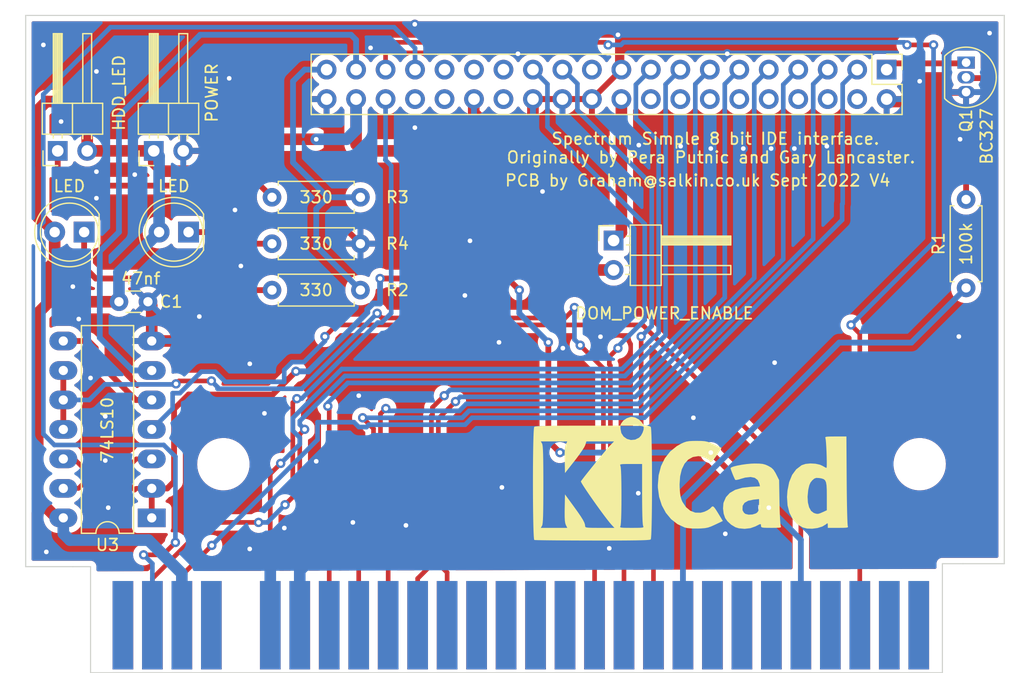
<source format=kicad_pcb>
(kicad_pcb (version 20211014) (generator pcbnew)
  (layers (0 "F.Cu" signal) (31 "B.Cu" signal) (34 "B.Paste" user) (35 "F.Paste" user) (36 "B.SilkS" user "B.Silkscreen") (37 "F.SilkS" user "F.Silkscreen") (38 "B.Mask" user) (39 "F.Mask" user) (44 "Edge.Cuts" user))
  (net 0 "")
  (net 1 "+5V")
  (net 2 "GND")
  (net 4 "Net-(J1-PadB2)")
  (net 7 "Net-(D1-Pad1)")
  (net 18 "Net-(J1-PadB20)")
  (net 28 "Net-(J1-PadU2)")
  (net 30 "/IDE7")
  (net 31 "/IDE0")
  (net 32 "/IDE1")
  (net 33 "/IDE2")
  (net 34 "/IDE6")
  (net 35 "/IDE5")
  (net 36 "/IDE3")
  (net 41 "Net-(J1-PadU17)")
  (net 42 "Net-(J1-PadB24)")
  (net 43 "/{slash}rd")
  (net 48 "Net-(J1-PadU24)")
  (net 50 "Net-(J1-PadU26)")
  (net 53 "/IDE4")
  (net 54 "Net-(J2-Pad1)")
  (net 55 "Net-(J4-Pad1)")
  (net 64 "Net-(J4-Pad20)")
  (net 72 "Net-(J4-Pad37)")
  (net 73 "Net-(J4-Pad39)")
  (net 74 "Net-(Q1-Pad2)")
  (net 75 "Net-(U3-Pad12)")
  (net 76 "Net-(U3-Pad5)")
  (net 77 "Net-(D2-Pad1)")
  (net 78 "/{slash}wr")
  (footprint "Resistor_THT:R_Axial_DIN0207_L6.3mm_D2.5mm_P7.62mm_Horizontal" (layer "F.Cu") (at 114.19 116)
    (fp_text reference "R3")
    (fp_text value "330")
  )
  (footprint "LED_THT:LED_D5.0mm" (layer "F.Cu") (at 98 119 180)
    (fp_text reference "D1" hide)
    (fp_text value "LED")
  )
  (footprint "Package_DIP:DIP-14_W7.62mm_LongPads" (layer "F.Cu") (at 103.825 143.625 180)
    (fp_text reference "U3")
    (fp_text value "74LS10")
  )
  (footprint "Resistor_THT:R_Axial_DIN0207_L6.3mm_D2.5mm_P7.62mm_Horizontal" (layer "F.Cu") (at 114.19 124)
    (fp_text reference "R2")
    (fp_text value "330")
  )
  (footprint "MountingHole:MountingHole_3.5mm" (layer "F.Cu") (at 170 139)
    (fp_text reference "H2" hide)
    (fp_text value "MountingHole_Pad" hide)
  )
  (footprint "Spectrum:Speccy_edge_External" (layer "F.Cu") (at 136.9 152.875)
    (fp_text reference "J1" hide)
    (fp_text value "Spectrum 128/Grey +2 edge connector" hide)
  )
  (footprint "Resistor_THT:R_Axial_DIN0207_L6.3mm_D2.5mm_P7.62mm_Horizontal" (layer "F.Cu") (at 174 123.81 90)
    (fp_text reference "R1")
    (fp_text value "100k")
  )
  (footprint "Connector_PinHeader_2.54mm:PinHeader_1x02_P2.54mm_Horizontal" (layer "F.Cu") (at 143.625 119.725)
    (fp_text reference "J5" hide)
    (fp_text value "DOM_POWER_ENABLE")
  )
  (footprint "Connector_PinHeader_2.54mm:PinHeader_1x02_P2.54mm_Horizontal" (layer "F.Cu") (at 104 112 90)
    (fp_text reference "J3" hide)
    (fp_text value "POWER")
  )
  (footprint "Capacitor_THT:C_Disc_D3.0mm_W1.6mm_P2.50mm" (layer "F.Cu") (at 101 125)
    (fp_text reference "C1")
    (fp_text value "47nf")
  )
  (footprint "Resistor_THT:R_Axial_DIN0207_L6.3mm_D2.5mm_P7.62mm_Horizontal" (layer "F.Cu") (at 114.19 120)
    (fp_text reference "R4")
    (fp_text value "330")
  )
  (footprint "Connector_PinHeader_2.54mm:PinHeader_2x20_P2.54mm_Vertical" (layer "F.Cu") (at 167.155 105 -90)
    (fp_text reference "J4" hide)
    (fp_text value "PATA_40" hide)
  )
  (footprint "LED_THT:LED_D5.0mm" (layer "F.Cu") (at 107 119 180)
    (fp_text reference "D2" hide)
    (fp_text value "LED")
  )
  (footprint "Connector_PinHeader_2.54mm:PinHeader_1x02_P2.54mm_Horizontal" (layer "F.Cu") (at 95.725 112 90)
    (fp_text reference "J2" hide)
    (fp_text value "HDD_LED")
  )
  (footprint "bitmaps:kicad_bitmap" (layer "F.Cu") (at 150.653164 139.829446)
    (fp_text reference "G***" hide)
    (fp_text value "LOGO" hide)
  )
  (footprint "MountingHole:MountingHole_3.5mm" (layer "F.Cu") (at 110 139)
    (fp_text reference "H3" hide)
    (fp_text value "MountingHole_Pad" hide)
  )
  (footprint "Package_TO_SOT_THT:TO-92_Inline" (layer "F.Cu") (at 174 104.394 -90)
    (fp_text reference "Q1")
    (fp_text value "BC327")
  )
  (gr_line (start 92.964 100.33) (end 92.964 147.828) (layer "Edge.Cuts") (width 0.1))
  (gr_line (start 171.958 156.972) (end 171.958 147.574) (layer "Edge.Cuts") (width 0.1))
  (gr_line (start 177.292 147.574) (end 177.292 100.33) (layer "Edge.Cuts") (width 0.1))
  (gr_line (start 177.292 100.33) (end 92.964 100.33) (layer "Edge.Cuts") (width 0.1))
  (gr_line (start 171.958 147.574) (end 173.736 147.574) (layer "Edge.Cuts") (width 0.1))
  (gr_line (start 98.552 156.972) (end 171.958 156.972) (layer "Edge.Cuts") (width 0.1))
  (gr_line (start 98.552 147.828) (end 98.552 156.972) (layer "Edge.Cuts") (width 0.1))
  (gr_line (start 97.028 147.828) (end 98.552 147.828) (layer "Edge.Cuts") (width 0.1))
  (gr_line (start 173.736 147.574) (end 177.292 147.574) (layer "Edge.Cuts") (width 0.1))
  (gr_line (start 92.964 147.828) (end 97.028 147.828) (layer "Edge.Cuts") (width 0.1))
  (gr_text "Spectrum Simple 8 bit IDE interface.\nOriginally by Pera Putnic and Gary Lancaster. " (at 152.4 111.76) (layer "F.SilkS") (effects (font (size 1 1))))
  (gr_text "PCB by Graham@salkin.co.uk Sept 2022 V4" (at 150.876 114.554) (layer "F.SilkS") (effects (font (size 1 1))))
  (segment (start 95 122) (end 95 125) (width 1) (layer "F.Cu") (net 1))
  (segment (start 98.265 112) (end 104 112) (width 1) (layer "F.Cu") (net 1))
  (segment (start 94 126) (end 94 142) (width 1) (layer "F.Cu") (net 1))
  (segment (start 111.375 113.625) (end 114 111) (width 1) (layer "F.Cu") (net 1))
  (segment (start 94.75 107.75) (end 96.828 107.75) (width 1) (layer "F.Cu") (net 1))
  (segment (start 94 117.695489) (end 94 108.5) (width 1) (layer "F.Cu") (net 1))
  (segment (start 104.75 113.75) (end 111.25 113.75) (width 1) (layer "F.Cu") (net 1))
  (segment (start 98.298 109.22) (end 98.298 109.474) (width 1) (layer "F.Cu") (net 1))
  (segment (start 122 112) (end 121.435 111.435) (width 1) (layer "F.Cu") (net 1))
  (segment (start 94 108.5) (end 94.75 107.75) (width 1) (layer "F.Cu") (net 1))
  (segment (start 95 125) (end 94 126) (width 1) (layer "F.Cu") (net 1))
  (segment (start 139.265 122.265) (end 129 112) (width 1) (layer "F.Cu") (net 1))
  (segment (start 98.265 109.507) (end 98.265 112) (width 1) (layer "F.Cu") (net 1))
  (segment (start 143.625 122.265) (end 139.265 122.265) (width 1) (layer "F.Cu") (net 1))
  (segment (start 121.435 107.54) (end 121.435 111.435) (width 1) (layer "F.Cu") (net 1))
  (segment (start 95.46 121.54) (end 95.46 119) (width 1) (layer "F.Cu") (net 1))
  (segment (start 94.425489 117.965489) (end 94.27 117.965489) (width 1) (layer "F.Cu") (net 1))
  (segment (start 94 142) (end 95.625 143.625) (width 1) (layer "F.Cu") (net 1))
  (segment (start 129 112) (end 122 112) (width 1) (layer "F.Cu") (net 1))
  (segment (start 111.25 113.75) (end 111.375 113.625) (width 1) (layer "F.Cu") (net 1))
  (segment (start 104 113) (end 104.75 113.75) (width 1) (layer "F.Cu") (net 1))
  (segment (start 94.27 117.965489) (end 94 117.695489) (width 1) (layer "F.Cu") (net 1))
  (segment (start 114.5 111) (end 117.94548 111) (width 1) (layer "F.Cu") (net 1))
  (segment (start 95.625 143.625) (end 96.205 143.625) (width 0.5) (layer "F.Cu") (net 1))
  (segment (start 95.46 119) (end 94.425489 117.965489) (width 1) (layer "F.Cu") (net 1))
  (segment (start 114 111) (end 114.5 111) (width 1) (layer "F.Cu") (net 1))
  (segment (start 101 125) (end 95 125) (width 1) (layer "F.Cu") (net 1))
  (segment (start 104 112) (end 104 113) (width 1) (layer "F.Cu") (net 1))
  (segment (start 96.828 107.75) (end 98.298 109.22) (width 1) (layer "F.Cu") (net 1))
  (segment (start 95.46 121.54) (end 95 122) (width 1) (layer "F.Cu") (net 1))
  (segment (start 98.298 109.474) (end 98.265 109.507) (width 1) (layer "F.Cu") (net 1))
  (segment (start 118 111) (end 114.5 111) (width 0.5) (layer "F.Cu") (net 1))
  (via (at 118 111) (size 0.8) (drill 0.4) (layers "F.Cu" "B.Cu") (net 1))
  (segment (start 106.42 148.42) (end 103.542 145.542) (width 1) (layer "B.Cu") (net 1))
  (segment (start 106.42 152.875) (end 106.42 148.42) (width 1) (layer "B.Cu") (net 1))
  (segment (start 96.205 144.973) (end 96.205 143.625) (width 1) (layer "B.Cu") (net 1))
  (segment (start 118 111) (end 120.62 111) (width 1) (layer "B.Cu") (net 1))
  (segment (start 103.542 145.542) (end 96.774 145.542) (width 1) (layer "B.Cu") (net 1))
  (segment (start 121.435 107.54) (end 121.435 110.185) (width 1) (layer "B.Cu") (net 1))
  (segment (start 120.62 111) (end 121.435 110.185) (width 1) (layer "B.Cu") (net 1))
  (segment (start 104.46 119) (end 104.46 112.46) (width 1) (layer "B.Cu") (net 1))
  (segment (start 101 125) (end 101 122.46) (width 1) (layer "B.Cu") (net 1))
  (segment (start 104.46 112.46) (end 104 112) (width 1) (layer "B.Cu") (net 1))
  (segment (start 96.774 145.542) (end 96.205 144.973) (width 1) (layer "B.Cu") (net 1))
  (segment (start 101 122.46) (end 104.46 119) (width 1) (layer "B.Cu") (net 1))
  (segment (start 103.825 128.385) (end 103.825 125.325) (width 1) (layer "F.Cu") (net 2))
  (segment (start 118 126) (end 118 122) (width 0.5) (layer "F.Cu") (net 2))
  (segment (start 117.348 134.62) (end 118.11 135.382) (width 0.5) (layer "F.Cu") (net 2))
  (segment (start 141.755 107.54) (end 144.295 105) (width 0.5) (layer "F.Cu") (net 2))
  (segment (start 113 108) (end 115 108) (width 0.5) (layer "F.Cu") (net 2))
  (segment (start 114 102) (end 144 102) (width 0.5) (layer "F.Cu") (net 2))
  (segment (start 117.856 133.096) (end 117.348 133.604) (width 0.5) (layer "F.Cu") (net 2))
  (segment (start 118.11 138.64) (end 118 138.75) (width 0.25) (layer "F.Cu") (net 2))
  (segment (start 109 112) (end 113 108) (width 0.5) (layer "F.Cu") (net 2))
  (segment (start 117.348 133.604) (end 117.348 134.62) (width 0.5) (layer "F.Cu") (net 2))
  (segment (start 118.895 117.085) (end 121.81 120) (width 0.5) (layer "F.Cu") (net 2))
  (segment (start 141.755 107.54) (end 136.675 107.54) (width 0.5) (layer "F.Cu") (net 2))
  (segment (start 168.46 107.54) (end 170 106) (width 0.5) (layer "F.Cu") (net 2))
  (segment (start 172 107) (end 171 108) (width 0.5) (layer "F.Cu") (net 2))
  (segment (start 115.46 107.54) (end 118.895 107.54) (width 0.5) (layer "F.Cu") (net 2))
  (segment (start 136.675 108.943) (end 136.144 109.474) (width 1) (layer "F.Cu") (net 2))
  (segment (start 115 108) (end 115.46 107.54) (width 0.5) (layer "F.Cu") (net 2))
  (segment (start 131.572 108.712) (end 131.572 107.563) (width 1) (layer "F.Cu") (net 2))
  (segment (start 174 107) (end 172 107) (width 0.5) (layer "F.Cu") (net 2))
  (segment (start 131.572 107.563) (end 131.595 107.54) (width 1) (layer "F.Cu") (net 2))
  (segment (start 132.334 109.474) (end 131.572 108.712) (width 1) (layer "F.Cu") (net 2))
  (segment (start 118 130.77) (end 115.615 128.385) (width 1) (layer "F.Cu") (net 2))
  (segment (start 118 132.952) (end 118 130.77) (width 1) (layer "F.Cu") (net 2))
  (segment (start 117.856 133.096) (end 118 132.952) (width 1) (layer "F.Cu") (net 2))
  (segment (start 171 108) (end 167.615 108) (width 0.5) (layer "F.Cu") (net 2))
  (segment (start 167.155 107.54) (end 168.46 107.54) (width 0.5) (layer "F.Cu") (net 2))
  (segment (start 115.615 128.385) (end 118 126) (width 0.5) (layer "F.Cu") (net 2))
  (segment (start 113 108) (end 113 103) (width 0.5) (layer "F.Cu") (net 2))
  (segment (start 118.895 107.54) (end 118.895 117.085) (width 0.5) (layer "F.Cu") (net 2))
  (segment (start 144 104.705) (end 144.295 105) (width 0.5) (layer "F.Cu") (net 2))
  (segment (start 106.54 112) (end 109 112) (width 0.5) (layer "F.Cu") (net 2))
  (segment (start 103.825 125.325) (end 103.5 125) (width 0.5) (layer "F.Cu") (net 2))
  (segment (start 103.825 128.385) (end 115.615 128.385) (width 1) (layer "F.Cu") (net 2))
  (segment (start 144 102) (end 144 104.705) (width 0.5) (layer "F.Cu") (net 2))
  (segment (start 118 122) (end 120 120) (width 0.5) (layer "F.Cu") (net 2))
  (segment (start 113 103) (end 114 102) (width 0.5) (layer "F.Cu") (net 2))
  (segment (start 167.615 108) (end 167.155 107.54) (width 0.5) (layer "F.Cu") (net 2))
  (segment (start 136.675 107.54) (end 136.675 108.943) (width 1) (layer "F.Cu") (net 2))
  (segment (start 118.11 135.382) (end 118.11 138.64) (width 0.5) (layer "F.Cu") (net 2))
  (segment (start 136.144 109.474) (end 132.334 109.474) (width 1) (layer "F.Cu") (net 2))
  (segment (start 120 120) (end 121.81 120) (width 0.5) (layer "F.Cu") (net 2))
  (via (at 94.488 102.87) (size 0.8) (drill 0.4) (layers "F.Cu" "B.Cu") (net 2))
  (via (at 110.998 117.094) (size 0.8) (drill 0.4) (layers "F.Cu" "B.Cu") (net 2))
  (via (at 173.482 110.998) (size 0.8) (drill 0.4) (layers "F.Cu" "B.Cu") (net 2))
  (via (at 130.81 124.46) (size 0.8) (drill 0.4) (layers "F.Cu" "B.Cu") (net 2))
  (via (at 149.4 111.6) (size 0.8) (drill 0.4) (layers "F.Cu" "B.Cu") (net 2))
  (via (at 150.5 135) (size 0.8) (drill 0.4) (layers "F.Cu" "B.Cu") (net 2))
  (via (at 157.5 130.25) (size 0.8) (drill 0.4) (layers "F.Cu" "B.Cu") (net 2))
  (via (at 126.492 101.092) (size 0.8) (drill 0.4) (layers "F.Cu" "B.Cu") (net 2))
  (via (at 131.25 119.75) (size 0.8) (drill 0.4) (layers "F.Cu" "B.Cu") (net 2))
  (via (at 144 102) (size 0.8) (drill 0.4) (layers "F.Cu" "B.Cu") (net 2))
  (via (at 145.75 141.5) (size 0.8) (drill 0.4) (layers "F.Cu" "B.Cu") (net 2))
  (via (at 115.25 144.5) (size 0.8) (drill 0.4) (layers "F.Cu" "B.Cu") (net 2))
  (via (at 112.275 130.35) (size 0.8) (drill 0.4) (layers "F.Cu" "B.Cu") (net 2))
  (via (at 113.538 134.62) (size 0.8) (drill 0.4) (layers "F.Cu" "B.Cu") (net 2))
  (via (at 157.2 111.8) (size 0.8) (drill 0.4) (layers "F.Cu" "B.Cu") (net 2))
  (via (at 96.012 109.474) (size 0.8) (drill 0.4) (layers "F.Cu" "B.Cu") (net 2))
  (via (at 107.925 126.275) (size 0.8) (drill 0.4) (layers "F.Cu" "B.Cu") (net 2))
  (via (at 142.494 128.016) (size 0.8) (drill 0.4) (layers "F.Cu" "B.Cu") (net 2))
  (via (at 100.076 142.748) (size 0.8) (drill 0.4) (layers "F.Cu" "B.Cu") (net 2))
  (via (at 176.022 101.854) (size 0.8) (drill 0.4) (layers "F.Cu" "B.Cu") (net 2))
  (via (at 126.5 110) (size 0.8) (drill 0.4) (layers "F.Cu" "B.Cu") (net 2))
  (via (at 162 111.6) (size 0.8) (drill 0.4) (layers "F.Cu" "B.Cu") (net 2))
  (via (at 133.75 128.5) (size 0.8) (drill 0.4) (layers "F.Cu" "B.Cu") (net 2))
  (via (at 170 106) (size 0.8) (drill 0.4) (layers "F.Cu" "B.Cu") (net 2))
  (via (at 122.682 103.124) (size 0.8) (drill 0.4) (layers "F.Cu" "B.Cu") (net 2))
  (via (at 121.666 133.096) (size 0.8) (drill 0.4) (layers "F.Cu" "B.Cu") (net 2))
  (via (at 145.796 111.506) (size 0.8) (drill 0.4) (layers "F.Cu" "B.Cu") (net 2))
  (via (at 153.416 103.632) (size 0.8) (drill 0.4) (layers "F.Cu" "B.Cu") (net 2))
  (via (at 99.06 113.792) (size 0.8) (drill 0.4) (layers "F.Cu" "B.Cu") (net 2))
  (via (at 173.375 128) (size 0.8) (drill 0.4) (layers "F.Cu" "B.Cu") (net 2))
  (via (at 143.25 146.25) (size 0.8) (drill 0.4) (layers "F.Cu" "B.Cu") (net 2))
  (via (at 99.06 116.078) (size 0.8) (drill 0.4) (layers "F.Cu" "B.Cu") (net 2))
  (via (at 159.2 111.8) (size 0.8) (drill 0.4) (layers "F.Cu" "B.Cu") (net 2))
  (via (at 99.822 138.684) (size 0.8) (drill 0.4) (layers "F.Cu" "B.Cu") (net 2))
  (via (at 99.822 134.874) (size 0.8) (drill 0.4) (layers "F.Cu" "B.Cu") (net 2))
  (via (at 154.8 111.8) (size 0.8) (drill 0.4) (layers "F.Cu" "B.Cu") (net 2))
  (via (at 112.268 146.304) (size 0.8) (drill 0.4) (layers "F.Cu" "B.Cu") (net 2))
  (via (at 110.5 105.75) (size 0.8) (drill 0.4) (layers "F.Cu" "B.Cu") (net 2))
  (via (at 135.382 103.632) (size 0.8) (drill 0.4) (layers "F.Cu" "B.Cu") (net 2))
  (via (at 125.73 144.272) (size 0.8) (drill 0.4) (layers "F.Cu" "B.Cu") (net 2))
  (via (at 152 111.8) (size 0.8) (drill 0.4) (layers "F.Cu" "B.Cu") (net 2))
  (via (at 98.552 131.572) (size 0.8) (drill 0.4) (layers "F.Cu" "B.Cu") (net 2))
  (via (at 111.506 121.92) (size 0.8) (drill 0.4) (layers "F.Cu" "B.Cu") (net 2))
  (via (at 153.25 145) (size 0.8) (drill 0.4) (layers "F.Cu" "B.Cu") (net 2))
  (via (at 102.362 114.046) (size 0.8) (drill 0.4) (layers "F.Cu" "B.Cu") (net 2))
  (via (at 99.06 105.156) (size 0.8) (drill 0.4) (layers "F.Cu" "B.Cu") (net 2))
  (via (at 137.5 115.5) (size 0.8) (drill 0.4) (layers "F.Cu" "B.Cu") (net 2))
  (via (at 97.028 123.698) (size 0.8) (drill 0.4) (layers "F.Cu" "B.Cu") (net 2))
  (via (at 97.536 126.492) (size 0.8) (drill 0.4) (layers "F.Cu" "B.Cu") (net 2))
  (via (at 118 138.75) (size 0.8) (drill 0.4) (layers "F.Cu" "B.Cu") (net 2))
  (via (at 94.742 146.558) (size 0.8) (drill 0.4) (layers "F.Cu" "B.Cu") (net 2))
  (via (at 121.158 144.018) (size 0.8) (drill 0.4) (layers "F.Cu" "B.Cu") (net 2))
  (via (at 134 141) (size 0.8) (drill 0.4) (layers "F.Cu" "B.Cu") (net 2))
  (via (at 139.25 129) (size 0.8) (drill 0.4) (layers "F.Cu" "B.Cu") (net 2))
  (segment (start 115.57 146.304) (end 114.04 147.834) (width 1) (layer "B.Cu") (net 2))
  (segment (start 116.58 152.875) (end 116.58 147.314) (width 1) (layer "B.Cu") (net 2))
  (segment (start 114.04 147.834) (end 114.04 152.875) (width 1) (layer "B.Cu") (net 2))
  (segment (start 170 106) (end 170 102) (width 0.5) (layer "B.Cu") (net 2))
  (segment (start 116.58 152.875) (end 116.58 148.17) (width 0.5) (layer "B.Cu") (net 2))
  (segment (start 118 138.75) (end 118 146.75) (width 1) (layer "B.Cu") (net 2))
  (segment (start 170 102) (end 144 102) (width 0.5) (layer "B.Cu") (net 2))
  (segment (start 118 146.75) (end 116.58 148.17) (width 1) (layer "B.Cu") (net 2))
  (segment (start 116.58 147.314) (end 115.57 146.304) (width 1) (layer "B.Cu") (net 2))
  (segment (start 104.795992 146.812) (end 105.864996 145.742996) (width 0.4) (layer "F.Cu") (net 4))
  (segment (start 103.124 146.812) (end 104.795992 146.812) (width 0.4) (layer "F.Cu") (net 4))
  (via (at 103.124 146.812) (size 0.8) (drill 0.4) (layers "F.Cu" "B.Cu") (net 4))
  (via (at 105.864996 145.742996) (size 0.8) (drill 0.4) (layers "F.Cu" "B.Cu") (net 4))
  (segment (start 94.160489 119.538276) (end 94.160489 118.461724) (width 0.4) (layer "B.Cu") (net 4))
  (segment (start 94.488 113.262022) (end 94.475489 113.249511) (width 0.4) (layer "B.Cu") (net 4))
  (segment (start 103.88 147.568) (end 103.124 146.812) (width 0.4) (layer "B.Cu") (net 4))
  (segment (start 105.864996 145.742996) (end 105.864996 138.347659) (width 0.4) (layer "B.Cu") (net 4))
  (segment (start 95.43548 137.34548) (end 94.488 136.398) (width 0.4) (layer "B.Cu") (net 4))
  (segment (start 94.475489 107.143831) (end 100.27332 101.346) (width 0.4) (layer "B.Cu") (net 4))
  (segment (start 94.488 118.134213) (end 94.488 113.262022) (width 0.4) (layer "B.Cu") (net 4))
  (segment (start 94.475489 113.249511) (end 94.475489 107.143831) (width 0.4) (layer "B.Cu") (net 4))
  (segment (start 104.862817 137.34548) (end 95.43548 137.34548) (width 0.4) (layer "B.Cu") (net 4))
  (segment (start 124.714 101.346) (end 126.515 103.147) (width 0.4) (layer "B.Cu") (net 4))
  (segment (start 94.488 136.398) (end 94.488 119.865787) (width 0.4) (layer "B.Cu") (net 4))
  (segment (start 126.515 103.147) (end 126.515 105) (width 0.4) (layer "B.Cu") (net 4))
  (segment (start 100.27332 101.346) (end 124.714 101.346) (width 0.4) (layer "B.Cu") (net 4))
  (segment (start 94.160489 118.461724) (end 94.488 118.134213) (width 0.4) (layer "B.Cu") (net 4))
  (segment (start 94.488 119.865787) (end 94.160489 119.538276) (width 0.4) (layer "B.Cu") (net 4))
  (segment (start 105.864996 138.347659) (end 104.862817 137.34548) (width 0.4) (layer "B.Cu") (net 4))
  (segment (start 103.88 152.875) (end 103.88 147.568) (width 0.4) (layer "B.Cu") (net 4))
  (segment (start 99 123) (end 98 122) (width 0.5) (layer "F.Cu") (net 7))
  (segment (start 111 124) (end 110 123) (width 0.5) (layer "F.Cu") (net 7))
  (segment (start 114.19 124) (end 111 124) (width 0.5) (layer "F.Cu") (net 7))
  (segment (start 98 122) (end 98 119) (width 0.5) (layer "F.Cu") (net 7))
  (segment (start 110 123) (end 99 123) (width 0.5) (layer "F.Cu") (net 7))
  (segment (start 149.606 141.975631) (end 163.057631 128.524) (width 0.5) (layer "B.Cu") (net 18))
  (segment (start 149.606 147.442609) (end 149.606 141.975631) (width 0.5) (layer "B.Cu") (net 18))
  (segment (start 149.6 152.875) (end 149.6 147.448609) (width 0.5) (layer "B.Cu") (net 18))
  (segment (start 149.6 147.448609) (end 149.606 147.442609) (width 0.5) (layer "B.Cu") (net 18))
  (segment (start 163.057631 128.524) (end 169.286 128.524) (width 0.5) (layer "B.Cu") (net 18))
  (segment (start 169.286 128.524) (end 174 123.81) (width 0.5) (layer "B.Cu") (net 18))
  (segment (start 115.98048 141.82952) (end 115.98048 133.70152) (width 0.4) (layer "F.Cu") (net 28))
  (segment (start 103.88 148.858656) (end 108.720656 144.018) (width 0.4) (layer "F.Cu") (net 28))
  (segment (start 115.316 142.494) (end 115.98048 141.82952) (width 0.4) (layer "F.Cu") (net 28))
  (segment (start 103.88 152.875) (end 103.88 148.858656) (width 0.4) (layer "F.Cu") (net 28))
  (segment (start 115.98048 133.70152) (end 116.332 133.35) (width 0.4) (layer "F.Cu") (net 28))
  (segment (start 108.720656 144.018) (end 113.03 144.018) (width 0.4) (layer "F.Cu") (net 28))
  (via (at 116.332 133.35) (size 0.8) (drill 0.4) (layers "F.Cu" "B.Cu") (net 28))
  (via (at 113.03 144.018) (size 0.8) (drill 0.4) (layers "F.Cu" "B.Cu") (net 28))
  (via (at 115.316 142.494) (size 0.8) (drill 0.4) (layers "F.Cu" "B.Cu") (net 28))
  (segment (start 123.298339 126.799511) (end 123.644489 126.799511) (width 0.4) (layer "B.Cu") (net 28))
  (segment (start 113.03 144.018) (end 113.792 144.018) (width 0.4) (layer "B.Cu") (net 28))
  (segment (start 116.74785 133.35) (end 123.298339 126.799511) (width 0.4) (layer "B.Cu") (net 28))
  (segment (start 123.952 112.776) (end 123.975 112.753) (width 0.4) (layer "B.Cu") (net 28))
  (segment (start 116.332 133.35) (end 116.74785 133.35) (width 0.4) (layer "B.Cu") (net 28))
  (segment (start 124.46 125.984) (end 124.46 113.284) (width 0.4) (layer "B.Cu") (net 28))
  (segment (start 123.644489 126.799511) (end 124.46 125.984) (width 0.4) (layer "B.Cu") (net 28))
  (segment (start 124.46 113.284) (end 123.952 112.776) (width 0.4) (layer "B.Cu") (net 28))
  (segment (start 113.792 144.018) (end 115.316 142.494) (width 0.4) (layer "B.Cu") (net 28))
  (segment (start 123.975 112.753) (end 123.975 107.54) (width 0.4) (layer "B.Cu") (net 28))
  (segment (start 109 146) (end 106.42 148.58) (width 0.4) (layer "F.Cu") (net 30))
  (segment (start 106.42 148.58) (end 106.42 152.875) (width 0.5) (layer "F.Cu") (net 30))
  (via (at 109 146) (size 0.8) (drill 0.4) (layers "F.Cu" "B.Cu") (net 30))
  (segment (start 118.11 136.89) (end 109 146) (width 0.4) (layer "B.Cu") (net 30))
  (segment (start 163.322 117.9467) (end 146.271098 134.9976) (width 0.4) (layer "B.Cu") (net 30))
  (segment (start 121.668831 135.799511) (end 121.25132 135.382) (width 0.4) (layer "B.Cu") (net 30))
  (segment (start 121.25132 135.382) (end 118.11 135.382) (width 0.4) (layer "B.Cu") (net 30))
  (segment (start 163.365489 116.542511) (end 163.322 116.586) (width 0.4) (layer "B.Cu") (net 30))
  (segment (start 131.42976 134.9976) (end 130.827839 135.59952) (width 0.4) (layer "B.Cu") (net 30))
  (segment (start 164.615 105) (end 163.365489 106.249511) (width 0.4) (layer "B.Cu") (net 30))
  (segment (start 146.271098 134.9976) (end 131.42976 134.9976) (width 0.4) (layer "B.Cu") (net 30))
  (segment (start 122.53116 135.59952) (end 122.331169 135.799511) (width 0.4) (layer "B.Cu") (net 30))
  (segment (start 118.11 135.382) (end 118.11 136.89) (width 0.4) (layer "B.Cu") (net 30))
  (segment (start 122.331169 135.799511) (end 121.668831 135.799511) (width 0.4) (layer "B.Cu") (net 30))
  (segment (start 163.322 116.586) (end 163.322 117.9467) (width 0.4) (layer "B.Cu") (net 30))
  (segment (start 130.827839 135.59952) (end 122.53116 135.59952) (width 0.4) (layer "B.Cu") (net 30))
  (segment (start 163.365489 106.249511) (end 163.365489 116.542511) (width 0.4) (layer "B.Cu") (net 30))
  (segment (start 114.04 139.829336) (end 114.04 152.875) (width 0.4) (layer "F.Cu") (net 31))
  (segment (start 114.934668 138.934668) (end 114.04 139.829336) (width 0.4) (layer "F.Cu") (net 31))
  (via (at 114.934668 138.934668) (size 0.8) (drill 0.4) (layers "F.Cu" "B.Cu") (net 31))
  (segment (start 116.586 136.71668) (end 115.98648 136.11716) (width 0.4) (layer "B.Cu") (net 31))
  (segment (start 144.35119 130.80096) (end 147.50644 127.64571) (width 0.4) (layer "B.Cu") (net 31))
  (segment (start 145.544511 109.223533) (end 145.544511 106.290489) (width 0.4) (layer "B.Cu") (net 31))
  (segment (start 115.98648 136.11716) (end 115.98648 135.01352) (width 0.4) (layer "B.Cu") (net 31))
  (segment (start 120.19904 130.80096) (end 144.35119 130.80096) (width 0.4) (layer "B.Cu") (net 31))
  (segment (start 147.50644 127.64571) (end 147.50644 111.185462) (width 0.4) (layer "B.Cu") (net 31))
  (segment (start 147.50644 111.185462) (end 145.544511 109.223533) (width 0.4) (layer "B.Cu") (net 31))
  (segment (start 115.98648 135.01352) (end 120.19904 130.80096) (width 0.4) (layer "B.Cu") (net 31))
  (segment (start 145.544511 106.290489) (end 146.835 105) (width 0.4) (layer "B.Cu") (net 31))
  (segment (start 116.586 137.283336) (end 116.586 136.71668) (width 0.4) (layer "B.Cu") (net 31))
  (segment (start 114.934668 138.934668) (end 116.586 137.283336) (width 0.4) (layer "B.Cu") (net 31))
  (segment (start 117 136) (end 116.58 136.42) (width 0.4) (layer "F.Cu") (net 32))
  (segment (start 116.58 136.42) (end 116.58 152.875) (width 0.4) (layer "F.Cu") (net 32))
  (via (at 117 136) (size 0.8) (drill 0.4) (layers "F.Cu" "B.Cu") (net 32))
  (segment (start 144.59952 131.40048) (end 120.46884 131.40048) (width 0.4) (layer "B.Cu") (net 32))
  (segment (start 120.46884 131.40048) (end 116.586 135.28332) (width 0.4) (layer "B.Cu") (net 32))
  (segment (start 116.586 135.28332) (end 116.586 135.586) (width 0.4) (layer "B.Cu") (net 32))
  (segment (start 116.586 135.586) (end 117 136) (width 0.4) (layer "B.Cu") (net 32))
  (segment (start 148.10596 106.26904) (end 148.10596 127.89404) (width 0.4) (layer "B.Cu") (net 32))
  (segment (start 148.10596 127.89404) (end 144.59952 131.40048) (width 0.4) (layer "B.Cu") (net 32))
  (segment (start 149.375 105) (end 148.10596 106.26904) (width 0.4) (layer "B.Cu") (net 32))
  (segment (start 119.12 134.12) (end 119.12 152.875) (width 0.4) (layer "F.Cu") (net 33))
  (segment (start 119 134) (end 119.12 134.12) (width 0.4) (layer "F.Cu") (net 33))
  (via (at 119 134) (size 0.8) (drill 0.4) (layers "F.Cu" "B.Cu") (net 33))
  (segment (start 120.71717 132) (end 119 133.71717) (width 0.4) (layer "B.Cu") (net 33))
  (segment (start 151.915 105) (end 150.665489 106.249511) (width 0.4) (layer "B.Cu") (net 33))
  (segment (start 150.665489 126.334511) (end 145 132) (width 0.4) (layer "B.Cu") (net 33))
  (segment (start 145 132) (end 120.71717 132) (width 0.4) (layer "B.Cu") (net 33))
  (segment (start 150.665489 106.249511) (end 150.665489 126.334511) (width 0.4) (layer "B.Cu") (net 33))
  (segment (start 119 133.71717) (end 119 134) (width 0.4) (layer "B.Cu") (net 33))
  (segment (start 121.66 148.088) (end 121.66 152.875) (width 0.4) (layer "F.Cu") (net 34))
  (segment (start 122.936 146.558) (end 121.666 147.828) (width 0.4) (layer "F.Cu") (net 34))
  (segment (start 121.666 147.828) (end 121.666 148.082) (width 0.4) (layer "F.Cu") (net 34))
  (segment (start 122.936 135.936) (end 122.936 146.558) (width 0.4) (layer "F.Cu") (net 34))
  (segment (start 122 135) (end 122.936 135.936) (width 0.4) (layer "F.Cu") (net 34))
  (segment (start 121.666 148.082) (end 121.66 148.088) (width 0.4) (layer "F.Cu") (net 34))
  (via (at 122 135) (size 0.8) (drill 0.4) (layers "F.Cu" "B.Cu") (net 34))
  (segment (start 160.825489 106.249511) (end 160.825489 119.595361) (width 0.4) (layer "B.Cu") (net 34))
  (segment (start 160.825489 119.595361) (end 146.022769 134.39808) (width 0.4) (layer "B.Cu") (net 34))
  (segment (start 130.57951 135) (end 122 135) (width 0.4) (layer "B.Cu") (net 34))
  (segment (start 146.022769 134.39808) (end 131.18143 134.39808) (width 0.4) (layer "B.Cu") (net 34))
  (segment (start 162.075 105) (end 160.825489 106.249511) (width 0.4) (layer "B.Cu") (net 34))
  (segment (start 131.18143 134.39808) (end 130.57951 135) (width 0.4) (layer "B.Cu") (net 34))
  (segment (start 124.2 147.22248) (end 123.53552 146.558) (width 0.4) (layer "F.Cu") (net 35))
  (segment (start 124 134.2005) (end 123.53552 134.66498) (width 0.4) (layer "F.Cu") (net 35))
  (segment (start 123.53552 146.558) (end 123.53552 134.66498) (width 0.4) (layer "F.Cu") (net 35))
  (segment (start 124.2 152.875) (end 124.2 147.22248) (width 0.4) (layer "F.Cu") (net 35))
  (via (at 124 134.2005) (size 0.8) (drill 0.4) (layers "F.Cu" "B.Cu") (net 35))
  (segment (start 124.199991 134.400491) (end 124 134.2005) (width 0.4) (layer "B.Cu") (net 35))
  (segment (start 159.535 105) (end 158.244511 106.290489) (width 0.4) (layer "B.Cu") (net 35))
  (segment (start 130.9331 133.79856) (end 130.331169 134.400491) (width 0.4) (layer "B.Cu") (net 35))
  (segment (start 145.77444 133.79856) (end 130.9331 133.79856) (width 0.4) (layer "B.Cu") (net 35))
  (segment (start 130.331169 134.400491) (end 124.199991 134.400491) (width 0.4) (layer "B.Cu") (net 35))
  (segment (start 158.244511 121.328489) (end 145.77444 133.79856) (width 0.4) (layer "B.Cu") (net 35))
  (segment (start 158.244511 106.290489) (end 158.244511 121.328489) (width 0.4) (layer "B.Cu") (net 35))
  (segment (start 128.016 134.112) (end 128.016 134.73713) (width 0.4) (layer "F.Cu") (net 36))
  (segment (start 129.032 133.096) (end 128.016 134.112) (width 0.4) (layer "F.Cu") (net 36))
  (segment (start 126.74 148.85) (end 127.92448 147.66552) (width 0.4) (layer "F.Cu") (net 36))
  (segment (start 127.92448 147.66552) (end 127.92448 134.82865) (width 0.4) (layer "F.Cu") (net 36))
  (segment (start 127.947565 134.805565) (end 127.92448 134.828651) (width 0.4) (layer "F.Cu") (net 36))
  (segment (start 126.74 152.875) (end 126.74 148.85) (width 0.4) (layer "F.Cu") (net 36))
  (segment (start 127.92448 134.82865) (end 127.947565 134.805565) (width 0.4) (layer "F.Cu") (net 36))
  (segment (start 128.016 134.73713) (end 127.947565 134.805565) (width 0.4) (layer "F.Cu") (net 36))
  (via (at 129.032 133.096) (size 0.8) (drill 0.4) (layers "F.Cu" "B.Cu") (net 36))
  (segment (start 129.52848 132.59952) (end 145.248329 132.59952) (width 0.4) (layer "B.Cu") (net 36))
  (segment (start 153.205489 106.249511) (end 154.455 105) (width 0.4) (layer "B.Cu") (net 36))
  (segment (start 153.205489 124.64236) (end 153.205489 106.249511) (width 0.4) (layer "B.Cu") (net 36))
  (segment (start 129.032 133.096) (end 129.52848 132.59952) (width 0.4) (layer "B.Cu") (net 36))
  (segment (start 145.248329 132.59952) (end 153.205489 124.64236) (width 0.4) (layer "B.Cu") (net 36))
  (segment (start 108.966 131.826) (end 106.172 131.826) (width 0.4) (layer "F.Cu") (net 41))
  (segment (start 142.450489 145.918831) (end 142.450489 146.581169) (width 0.4) (layer "F.Cu") (net 41))
  (segment (start 123.25 126) (end 123.65048 126.40048) (width 0.4) (layer "F.Cu") (net 41))
  (segment (start 141.986 147.045658) (end 141.986 152.869) (width 0.4) (layer "F.Cu") (net 41))
  (segment (start 142.450489 146.581169) (end 141.986 147.045658) (width 0.4) (layer "F.Cu") (net 41))
  (segment (start 96.205 136.005) (end 96.205 130.925) (width 0.5) (layer "F.Cu") (net 41))
  (segment (start 141.986 152.869) (end 141.98 152.875) (width 0.4) (layer "F.Cu") (net 41))
  (segment (start 139.446 126.40048) (end 140.25 125.59648) (width 0.4) (layer "F.Cu") (net 41))
  (segment (start 106.172 131.826) (end 105.918 132.08) (width 0.4) (layer "F.Cu") (net 41))
  (segment (start 142.748 145.62132) (end 142.450489 145.918831) (width 0.4) (layer "F.Cu") (net 41))
  (segment (start 140.25 125.59648) (end 140.25 125.5) (width 0.4) (layer "F.Cu") (net 41))
  (segment (start 140.75 128.75) (end 142.748 130.748) (width 0.4) (layer "F.Cu") (net 41))
  (segment (start 123.65048 126.40048) (end 139.446 126.40048) (width 0.4) (layer "F.Cu") (net 41))
  (segment (start 142.748 130.748) (end 142.748 145.62132) (width 0.4) (layer "F.Cu") (net 41))
  (via (at 140.75 128.75) (size 0.8) (drill 0.4) (layers "F.Cu" "B.Cu") (net 41))
  (via (at 123.25 126) (size 0.8) (drill 0.4) (layers "F.Cu" "B.Cu") (net 41))
  (via (at 108.966 131.826) (size 0.8) (drill 0.4) (layers "F.Cu" "B.Cu") (net 41))
  (via (at 140.25 125.5) (size 0.8) (drill 0.4) (layers "F.Cu" "B.Cu") (net 41))
  (via (at 105.918 132.08) (size 0.8) (drill 0.4) (layers "F.Cu" "B.Cu") (net 41))
  (segment (start 105.918 132.08) (end 105.87348 132.12452) (width 0.4) (layer "B.Cu") (net 41))
  (segment (start 98.437 133.465) (end 96.205 133.465) (width 0.4) (layer "B.Cu") (net 41))
  (segment (start 123.25 126) (end 116.75 132.5) (width 0.4) (layer "B.Cu") (net 41))
  (segment (start 109.5 132.5) (end 109.5 132.36) (width 0.4) (layer "B.Cu") (net 41))
  (segment (start 140.25 125.5) (end 140.25 128.25) (width 0.4) (layer "B.Cu") (net 41))
  (segment (start 140.25 128.25) (end 140.75 128.75) (width 0.4) (layer "B.Cu") (net 41))
  (segment (start 99.77748 132.12452) (end 98.437 133.465) (width 0.4) (layer "B.Cu") (net 41))
  (segment (start 116.75 132.5) (end 109.5 132.5) (width 0.4) (layer "B.Cu") (net 41))
  (segment (start 109.5 132.36) (end 108.966 131.826) (width 0.4) (layer "B.Cu") (net 41))
  (segment (start 105.87348 132.12452) (end 99.77748 132.12452) (width 0.4) (layer "B.Cu") (net 41))
  (segment (start 138 128.5) (end 138 137) (width 0.5) (layer "F.Cu") (net 42))
  (segment (start 96.205 141.085) (end 97.51252 141.085) (width 0.4) (layer "F.Cu") (net 42))
  (segment (start 98.298 140.29952) (end 101.43752 140.29952) (width 0.4) (layer "F.Cu") (net 42))
  (segment (start 114.25 133) (end 116.25 131) (width 0.5) (layer "F.Cu") (net 42))
  (segment (start 102.501 141.085) (end 103.825 141.085) (width 0.4) (layer "F.Cu") (net 42))
  (segment (start 105.75 134.25) (end 107 133) (width 0.5) (layer "F.Cu") (net 42))
  (segment (start 123.5 123) (end 134.5 123) (width 0.5) (layer "F.Cu") (net 42))
  (segment (start 103.825 141.085) (end 105.165 141.085) (width 0.5) (layer "F.Cu") (net 42))
  (segment (start 97.51252 141.085) (end 98.298 140.29952) (width 0.4) (layer "F.Cu") (net 42))
  (segment (start 103.825 143.625) (end 103.825 141.085) (width 0.5) (layer "F.Cu") (net 42))
  (segment (start 102.362 141.224) (end 102.501 141.085) (width 0.4) (layer "F.Cu") (net 42))
  (segment (start 134.5 123) (end 135.5 124) (width 0.5) (layer "F.Cu") (net 42))
  (segment (start 107 133) (end 114.25 133) (width 0.5) (layer "F.Cu") (net 42))
  (segment (start 138 137) (end 139 138) (width 0.5) (layer "F.Cu") (net 42))
  (segment (start 101.43752 140.29952) (end 102.362 141.224) (width 0.4) (layer "F.Cu") (net 42))
  (segment (start 156.75 142.75) (end 157 142.75) (width 0.5) (layer "F.Cu") (net 42))
  (segment (start 105.165 141.085) (end 105.75 140.5) (width 0.5) (layer "F.Cu") (net 42))
  (segment (start 105.75 140.5) (end 105.75 134.25) (width 0.5) (layer "F.Cu") (net 42))
  (segment (start 152 138) (end 156.75 142.75) (width 0.5) (layer "F.Cu") (net 42))
  (via (at 138 128.5) (size 0.8) (drill 0.4) (layers "F.Cu" "B.Cu") (net 42))
  (via (at 123.5 123) (size 0.8) (drill 0.4) (layers "F.Cu" "B.Cu") (net 42))
  (via (at 116.25 131) (size 0.8) (drill 0.4) (layers "F.Cu" "B.Cu") (net 42))
  (via (at 135.5 124) (size 0.8) (drill 0.4) (layers "F.Cu" "B.Cu") (net 42))
  (via (at 139 138) (size 0.8) (drill 0.4) (layers "F.Cu" "B.Cu") (net 42))
  (via (at 157 142.75) (size 0.8) (drill 0.4) (layers "F.Cu" "B.Cu") (net 42))
  (via (at 152 138) (size 0.8) (drill 0.4) (layers "F.Cu" "B.Cu") (net 42))
  (segment (start 159.76 152.875) (end 159.76 145.51) (width 0.5) (layer "B.Cu") (net 42))
  (segment (start 116.25 131) (end 117.33144 131) (width 0.5) (layer "B.Cu") (net 42))
  (segment (start 122.400489 125.930951) (end 122.400489 125.64812) (width 0.5) (layer "B.Cu") (net 42))
  (segment (start 122.89812 125.150489) (end 123.5 125.150489) (width 0.5) (layer "B.Cu") (net 42))
  (segment (start 135.5 126) (end 138 128.5) (width 0.5) (layer "B.Cu") (net 42))
  (segment (start 139 138) (end 152 138) (width 0.5) (layer "B.Cu") (net 42))
  (segment (start 123.5 125.150489) (end 123.5 123) (width 0.5) (layer "B.Cu") (net 42))
  (segment (start 135.5 124) (end 135.5 126) (width 0.5) (layer "B.Cu") (net 42))
  (segment (start 159.76 145.51) (end 157 142.75) (width 0.5) (layer "B.Cu") (net 42))
  (segment (start 117.33144 131) (end 122.400489 125.930951) (width 0.5) (layer "B.Cu") (net 42))
  (segment (start 122.400489 125.64812) (end 122.89812 125.150489) (width 0.5) (layer "B.Cu") (net 42))
  (segment (start 143.34752 145.450489) (end 143.581169 145.450489) (width 0.4) (layer "F.Cu") (net 43))
  (segment (start 143.34752 130.499671) (end 143.34752 145.450489) (width 0.4) (layer "F.Cu") (net 43))
  (segment (start 143.256 129.744) (end 143.256 130.40815) (width 0.4) (layer "F.Cu") (net 43))
  (segment (start 143.256 130.40815) (end 143.34752 130.499671) (width 0.4) (layer "F.Cu") (net 43))
  (segment (start 144 129) (end 143.256 129.744) (width 0.4) (layer "F.Cu") (net 43))
  (segment (start 144.52 146.38932) (end 144.52 152.875) (width 0.4) (layer "F.Cu") (net 43))
  (segment (start 143.581169 145.450489) (end 144.52 146.38932) (width 0.4) (layer "F.Cu") (net 43))
  (via (at 144 129) (size 0.8) (drill 0.4) (layers "F.Cu" "B.Cu") (net 43))
  (segment (start 146.3074 126.56192) (end 144 128.86932) (width 0.4) (layer "B.Cu") (net 43))
  (segment (start 136.675 105) (end 137.924511 106.249511) (width 0.4) (layer "B.Cu") (net 43))
  (segment (start 146.3074 118.3074) (end 146.3074 126.56192) (width 0.4) (layer "B.Cu") (net 43))
  (segment (start 137.924511 106.249511) (end 137.924511 109.924511) (width 0.4) (layer "B.Cu") (net 43))
  (segment (start 144 128.86932) (end 144 129) (width 0.4) (layer "B.Cu") (net 43))
  (segment (start 137.924511 109.924511) (end 146.3074 118.3074) (width 0.4) (layer "B.Cu") (net 43))
  (segment (start 159.76 140.62932) (end 146.13068 127) (width 0.4) (layer "F.Cu") (net 48))
  (segment (start 146.13068 127) (end 119.75 127) (width 0.4) (layer "F.Cu") (net 48))
  (segment (start 119.75 127) (end 118.75 128) (width 0.4) (layer "F.Cu") (net 48))
  (segment (start 159.76 152.875) (end 159.76 140.62932) (width 0.4) (layer "F.Cu") (net 48))
  (via (at 118.75 128) (size 0.8) (drill 0.4) (layers "F.Cu" "B.Cu") (net 48))
  (segment (start 110.17116 131.90048) (end 115.24152 131.90048) (width 0.4) (layer "B.Cu") (net 48))
  (segment (start 105.626489 134.203511) (end 105.626489 132.879511) (width 0.4) (layer "B.Cu") (net 48))
  (segment (start 108.102191 131.026489) (end 109.297169 131.026489) (width 0.4) (layer "B.Cu") (net 48))
  (segment (start 115.918831 130.200489) (end 116.941511 130.200489) (width 0.4) (layer "B.Cu") (net 48))
  (segment (start 109.297169 131.026489) (end 110.17116 131.90048) (width 0.4) (layer "B.Cu") (net 48))
  (segment (start 106.249169 132.879511) (end 108.102191 131.026489) (width 0.4) (layer "B.Cu") (net 48))
  (segment (start 116.941511 130.200489) (end 118.75 128.392) (width 0.4) (layer "B.Cu") (net 48))
  (segment (start 115.24152 131.90048) (end 115.24152 130.8778) (width 0.4) (layer "B.Cu") (net 48))
  (segment (start 105.626489 132.879511) (end 106.249169 132.879511) (width 0.4) (layer "B.Cu") (net 48))
  (segment (start 115.24152 130.8778) (end 115.918831 130.200489) (width 0.4) (layer "B.Cu") (net 48))
  (segment (start 103.825 136.005) (end 105.626489 134.203511) (width 0.4) (layer "B.Cu") (net 48))
  (segment (start 118.75 128.392) (end 118.75 128) (width 0.4) (layer "B.Cu") (net 48))
  (segment (start 164.084 127) (end 164.84 127.756) (width 0.4) (layer "F.Cu") (net 50))
  (segment (start 123.975 103.101) (end 124.42648 102.64952) (width 0.4) (layer "F.Cu") (net 50))
  (segment (start 142.93002 102.64952) (end 143.1505 102.87) (width 0.4) (layer "F.Cu") (net 50))
  (segment (start 164.84 127.756) (end 164.84 152.875) (width 0.4) (layer "F.Cu") (net 50))
  (segment (start 124.42648 102.64952) (end 142.93002 102.64952) (width 0.4) (layer "F.Cu") (net 50))
  (segment (start 123.975 105) (end 123.975 103.101) (width 0.4) (layer "F.Cu") (net 50))
  (segment (start 168.91 102.87) (end 171.196 102.87) (width 0.4) (layer "F.Cu") (net 50))
  (via (at 143.1505 102.87) (size 0.8) (drill 0.4) (layers "F.Cu" "B.Cu") (net 50))
  (via (at 164.084 127) (size 0.8) (drill 0.4) (layers "F.Cu" "B.Cu") (net 50))
  (via (at 171.196 102.87) (size 0.8) (drill 0.4) (layers "F.Cu" "B.Cu") (net 50))
  (via (at 168.91 102.87) (size 0.8) (drill 0.4) (layers "F.Cu" "B.Cu") (net 50))
  (segment (start 143.1505 102.87) (end 144.26068 102.87) (width 0.4) (layer "B.Cu") (net 50))
  (segment (start 168.68952 102.64952) (end 168.91 102.87) (width 0.4) (layer "B.Cu") (net 50))
  (segment (start 144.26068 102.87) (end 144.48116 102.64952) (width 0.4) (layer "B.Cu") (net 50))
  (segment (start 171.196 102.87) (end 171.196 119.888) (width 0.4) (layer "B.Cu") (net 50))
  (segment (start 144.48116 102.64952) (end 168.68952 102.64952) (width 0.4) (layer "B.Cu") (net 50))
  (segment (start 171.196 119.888) (end 164.084 127) (width 0.4) (layer "B.Cu") (net 50))
  (segment (start 128.524 147.574) (end 129.28 148.33) (width 0.4) (layer "F.Cu") (net 53))
  (segment (start 130 133.60098) (end 128.524 135.07698) (width 0.4) (layer "F.Cu") (net 53))
  (segment (start 129.28 148.33) (end 129.28 152.875) (width 0.4) (layer "F.Cu") (net 53))
  (segment (start 128.524 135.07698) (end 128.524 147.574) (width 0.4) (layer "F.Cu") (net 53))
  (via (at 130 133.60098) (size 0.8) (drill 0.4) (layers "F.Cu" "B.Cu") (net 53))
  (segment (start 145.496658 133.19904) (end 130.40194 133.19904) (width 0.4) (layer "B.Cu") (net 53))
  (segment (start 130.40194 133.19904) (end 130 133.60098) (width 0.4) (layer "B.Cu") (net 53))
  (segment (start 155.745489 122.95021) (end 145.496658 133.19904) (width 0.4) (layer "B.Cu") (net 53))
  (segment (start 156.995 105) (end 155.745489 106.249511) (width 0.4) (layer "B.Cu") (net 53))
  (segment (start 155.745489 106.249511) (end 155.745489 122.95021) (width 0.4) (layer "B.Cu") (net 53))
  (segment (start 95.725 113.725) (end 97 115) (width 0.5) (layer "F.Cu") (net 54))
  (segment (start 113.19 115) (end 114.19 116) (width 0.5) (layer "F.Cu") (net 54))
  (segment (start 95.725 112) (end 95.725 113.725) (width 0.5) (layer "F.Cu") (net 54))
  (segment (start 97 115) (end 113.19 115) (width 0.5) (layer "F.Cu") (net 54))
  (segment (start 174 104.46) (end 167.695 104.46) (width 0.5) (layer "F.Cu") (net 55))
  (segment (start 167.695 104.46) (end 167.155 105) (width 0.5) (layer "F.Cu") (net 55))
  (segment (start 144.295 107.54) (end 144.295 119.055) (width 1) (layer "F.Cu") (net 64))
  (segment (start 144.295 119.055) (end 143.625 119.725) (width 1) (layer "F.Cu") (net 64))
  (segment (start 121.435 105) (end 121.435 102.435) (width 0.5) (layer "B.Cu") (net 72))
  (segment (start 121 102) (end 108 102) (width 0.5) (layer "B.Cu") (net 72))
  (segment (start 99.349511 128.099511) (end 102.175 130.925) (width 0.5) (layer "B.Cu") (net 72))
  (segment (start 99.349511 120.650489) (end 99.349511 128.099511) (width 0.5) (layer "B.Cu") (net 72))
  (segment (start 121.435 102.435) (end 121 102) (width 0.5) (layer "B.Cu") (net 72))
  (segment (start 108 102) (end 101 109) (width 0.5) (layer "B.Cu") (net 72))
  (segment (start 102.175 130.925) (end 103.825 130.925) (width 0.5) (layer "B.Cu") (net 72))
  (segment (start 101 119) (end 99.349511 120.650489) (width 0.5) (layer "B.Cu") (net 72))
  (segment (start 101 109) (end 101 119) (width 0.5) (layer "B.Cu") (net 72))
  (segment (start 118 117) (end 119 116) (width 0.5) (layer "B.Cu") (net 73))
  (segment (start 118 120) (end 118 117) (width 0.5) (layer "B.Cu") (net 73))
  (segment (start 119 116) (end 121.81 116) (width 0.5) (layer "B.Cu") (net 73))
  (segment (start 121.81 124) (end 118 120.19) (width 0.5) (layer "B.Cu") (net 73))
  (segment (start 116 106) (end 116 113) (width 0.5) (layer "B.Cu") (net 73))
  (segment (start 118 120.19) (end 118 120) (width 0.5) (layer "B.Cu") (net 73))
  (segment (start 116 113) (end 119 116) (width 0.5) (layer "B.Cu") (net 73))
  (segment (start 117 105) (end 116 106) (width 0.5) (layer "B.Cu") (net 73))
  (segment (start 118.895 105) (end 117 105) (width 0.5) (layer "B.Cu") (net 73))
  (segment (start 174 114) (end 174 116.19) (width 0.5) (layer "F.Cu") (net 74))
  (segment (start 174 105.73) (end 175.73 105.73) (width 0.5) (layer "F.Cu") (net 74))
  (segment (start 175.73 105.73) (end 176 106) (width 0.5) (layer "F.Cu") (net 74))
  (segment (start 176 106) (end 176 112) (width 0.5) (layer "F.Cu") (net 74))
  (segment (start 176 112) (end 174 114) (width 0.5) (layer "F.Cu") (net 74))
  (segment (start 98.298 139.7) (end 97.143 138.545) (width 0.4) (layer "F.Cu") (net 75))
  (segment (start 102.501 138.545) (end 101.346 139.7) (width 0.4) (layer "F.Cu") (net 75))
  (segment (start 101.346 139.7) (end 98.298 139.7) (width 0.4) (layer "F.Cu") (net 75))
  (segment (start 103.825 138.545) (end 102.501 138.545) (width 0.4) (layer "F.Cu") (net 75))
  (segment (start 97.143 138.545) (end 96.205 138.545) (width 0.4) (layer "F.Cu") (net 75))
  (segment (start 103.825 133.465) (end 102.465 133.465) (width 0.5) (layer "F.Cu") (net 76))
  (segment (start 98.385 128.385) (end 96.205 128.385) (width 0.5) (layer "F.Cu") (net 76))
  (segment (start 99 129) (end 98.385 128.385) (width 0.5) (layer "F.Cu") (net 76))
  (segment (start 102.465 133.465) (end 99 130) (width 0.5) (layer "F.Cu") (net 76))
  (segment (start 99 130) (end 99 129) (width 0.5) (layer "F.Cu") (net 76))
  (segment (start 110 120) (end 114.19 120) (width 0.5) (layer "F.Cu") (net 77))
  (segment (start 107 119) (end 109 119) (width 0.5) (layer "F.Cu") (net 77))
  (segment (start 109 119) (end 110 120) (width 0.5) (layer "F.Cu") (net 77))
  (segment (start 146 128) (end 146 139) (width 0.4) (layer "F.Cu") (net 78))
  (segment (start 146 139) (end 147.06 140.06) (width 0.4) (layer "F.Cu") (net 78))
  (segment (start 147.06 140.06) (end 147.06 152.875) (width 0.4) (layer "F.Cu") (net 78))
  (via (at 146 128) (size 0.8) (drill 0.4) (layers "F.Cu" "B.Cu") (net 78))
  (segment (start 140.505489 106.215489) (end 139.29 105) (width 0.4) (layer "B.Cu") (net 78))
  (segment (start 139.29 105) (end 139.215 105) (width 0.4) (layer "B.Cu") (net 78))
  (segment (start 146.90692 127.09308) (end 146.90692 114.90692) (width 0.4) (layer "B.Cu") (net 78))
  (segment (start 140.505489 108.505489) (end 140.505489 106.215489) (width 0.4) (layer "B.Cu") (net 78))
  (segment (start 146.90692 114.90692) (end 140.505489 108.505489) (width 0.4) (layer "B.Cu") (net 78))
  (segment (start 146 128) (end 146.90692 127.09308) (width 0.4) (layer "B.Cu") (net 78))
  (zone (net 2) (net_name "GND") (layer "F.Cu") (connect_pads (clearance 0.508)) (min_thickness 0.254) (fill yes (thermal_gap 0.508) (thermal_bridge_width 0.508))
    (polygon (pts (xy 179 148) (xy 91.5 148.25) (xy 90.75 99) (xy 178.5 99)))
  )
  (zone (net 2) (net_name "GND") (layer "B.Cu") (connect_pads (clearance 0.508)) (min_thickness 0.254) (fill yes (thermal_gap 0.508) (thermal_bridge_width 0.508))
    (polygon (pts (xy 177.75 148) (xy 92 148.25) (xy 92.25 99.75) (xy 178 99.75)))
  )
)
</source>
